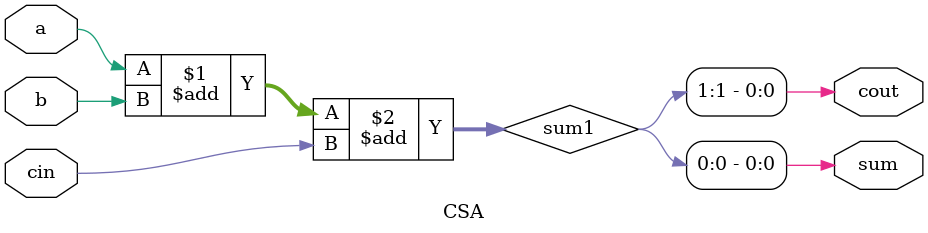
<source format=v>
`timescale 1ns / 1ps

module CSA(
    input a,
	input b,
	input cin,
	output sum,
	output cout
);
    wire [1:0] sum1;
//    wire [1:0] sum2;
//    assign sum1 = a + b;
    assign sum1 = a + b + cin;
//    assign sum2 = sum1 + {1'b0, cin};
    assign sum = sum1[0];
    assign cout = sum1[1];
endmodule


</source>
